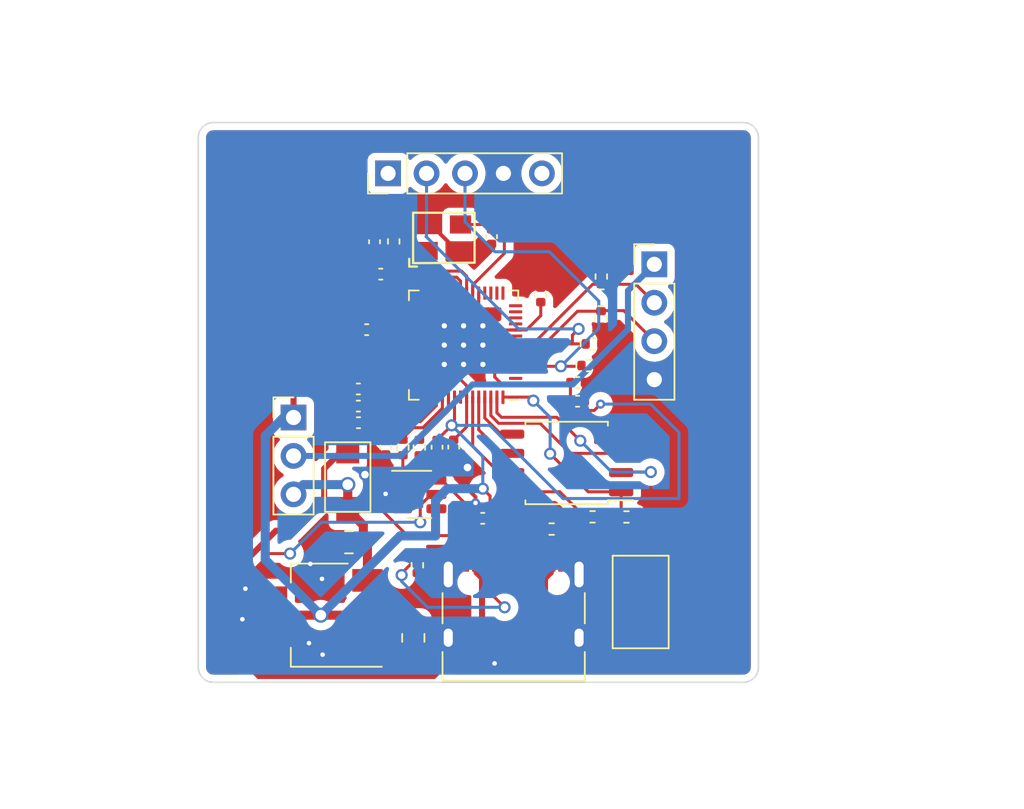
<source format=kicad_pcb>
(kicad_pcb (version 20211014) (generator pcbnew)
  (layers (0 "F.Cu" signal) (31 "B.Cu" signal) (34 "B.Paste" user) (35 "F.Paste" user) (36 "B.SilkS" user "B.Silkscreen") (37 "F.SilkS" user "F.Silkscreen") (38 "B.Mask" user) (39 "F.Mask" user) (44 "Edge.Cuts" user))
  (net 0 "")
  (net 1 "+1V1")
  (net 2 "GND")
  (net 3 "+3V3")
  (net 4 "/XIN")
  (net 5 "Net-(C13-Pad1)")
  (net 6 "/~{USB_BOOT}")
  (net 7 "/USB_D+")
  (net 8 "Net-(R1-Pad2)")
  (net 9 "/USB_D-")
  (net 10 "Net-(R2-Pad2)")
  (net 11 "/QSPI_SS")
  (net 12 "/XOUT")
  (net 13 "/QSPI_SD1")
  (net 14 "/QSPI_SD2")
  (net 15 "/QSPI_SD0")
  (net 16 "/QSPI_SCLK")
  (net 17 "/QSPI_SD3")
  (net 18 "VBUS")
  (net 19 "+5V")
  (net 20 "Net-(J2-PadA5)")
  (net 22 "Net-(J2-PadB5)")
  (net 24 "/DeviceVcc")
  (net 26 "/GPIO0")
  (net 27 "/GPIO1")
  (net 28 "/GPIO2")
  (net 29 "/GPIO3")
  (net 30 "/GPIO4")
  (net 31 "/GPIO5")
  (net 32 "/GPIO6")
  (net 33 "/GPIO7")
  (net 34 "/GPIO8")
  (net 35 "/GPIO9")
  (net 36 "/GPIO10")
  (net 37 "/GPIO11")
  (net 38 "/GPIO12")
  (net 39 "/GPIO13")
  (net 40 "/GPIO14")
  (net 41 "/GPIO15")
  (net 42 "/SWCLK")
  (net 43 "/SWD")
  (net 44 "/RUN")
  (net 45 "/GPIO16")
  (net 46 "/GPIO17")
  (net 47 "/GPIO18")
  (net 48 "/GPIO19")
  (net 49 "/GPIO20")
  (net 50 "/GPIO21")
  (net 51 "/GPIO22")
  (net 52 "/GPIO23")
  (net 53 "/GPIO24")
  (net 54 "/GPIO25")
  (net 55 "/GPIO26_ADC0")
  (net 56 "/GPIO27_ADC1")
  (net 57 "/GPIO28_ADC2")
  (net 58 "/GPIO29_ADC3")
  (footprint "KisonNew:C9002" (layer "F.Cu") (at 136.071947 121.424118)
    (fp_text reference "Y1" hide)
    (fp_text value "Crystal_GND24")
  )
  (footprint "Capacitor_SMD:C_0402_1005Metric" (layer "F.Cu") (at 132.38 135.46 -90)
    (fp_text reference "C1" hide)
    (fp_text value "100nf")
  )
  (footprint "Capacitor_SMD:C_0402_1005Metric" (layer "F.Cu") (at 130.57 131.61 180)
    (fp_text reference "C10" hide)
    (fp_text value "100nf")
  )
  (footprint "Button_Switch_SMD:SW_SPST_CK_RS282G05A3" (layer "F.Cu") (at 149.22 145.69 90)
    (fp_text reference "SW1" hide)
    (fp_text value "SW_Push")
  )
  (footprint "Resistor_SMD:R_0402_1005Metric" (layer "F.Cu") (at 134.6 135.48 90)
    (fp_text reference "R1" hide)
    (fp_text value "27")
  )
  (footprint "KisonNew:esd5341" (layer "F.Cu") (at 146.6 126.98 -90)
    (fp_text reference "D5" hide)
    (fp_text value "ESD5341")
  )
  (footprint "Package_SO:SOIC-8_5.23x5.23mm_P1.27mm" (layer "F.Cu") (at 144.33 136.5 180)
    (fp_text reference "U5" hide)
    (fp_text value "W25Q16JVSS")
  )
  (footprint "Connector_USB:USB_C_Receptacle_HRO_TYPE-C-31-M-12" (layer "F.Cu") (at 140.83 147)
    (fp_text reference "J2" hide)
    (fp_text value "USB_C_Receptacle_USB2.0")
  )
  (footprint "KisonNew:esd5341" (layer "F.Cu") (at 146.62 124.18 90)
    (fp_text reference "D2" hide)
    (fp_text value "ESD5341")
  )
  (footprint "KisonNew:C8678" (layer "F.Cu") (at 129.87 137.43 90)
    (fp_text reference "D1" hide)
    (fp_text value "D")
  )
  (footprint "Capacitor_SMD:C_0402_1005Metric" (layer "F.Cu") (at 136.87 135.45 -90)
    (fp_text reference "C2" hide)
    (fp_text value "100nf")
  )
  (footprint "KisonNew:esd5341" (layer "F.Cu") (at 146.1 128.63)
    (fp_text reference "D3" hide)
    (fp_text value "ESD5341")
  )
  (footprint "Package_TO_SOT_SMD:SOT-23-6" (layer "F.Cu") (at 134.59 138.58)
    (fp_text reference "U3" hide)
    (fp_text value "USBLC6-4SC6")
  )
  (footprint "Capacitor_SMD:C_0402_1005Metric" (layer "F.Cu") (at 132.05 124.02 180)
    (fp_text reference "C7" hide)
    (fp_text value "100nf")
  )
  (footprint "Capacitor_SMD:C_0805_2012Metric" (layer "F.Cu") (at 129.95 141.74 180)
    (fp_text reference "C15" hide)
    (fp_text value "10uf")
  )
  (footprint "Resistor_SMD:R_0402_1005Metric" (layer "F.Cu") (at 132.906973 121.858262 90)
    (fp_text reference "R5" hide)
    (fp_text value "1k")
  )
  (footprint "Connector_PinHeader_2.54mm:PinHeader_1x03_P2.54mm_Vertical" (layer "F.Cu") (at 126.29 133.495)
    (fp_text reference "JP1" hide)
    (fp_text value "Jumper_3_Bridged12")
  )
  (footprint "Resistor_SMD:R_0402_1005Metric" (layer "F.Cu") (at 143.34 140.87 180)
    (fp_text reference "R7" hide)
    (fp_text value "5.1k")
  )
  (footprint "Capacitor_SMD:C_0402_1005Metric" (layer "F.Cu") (at 130.57 132.74 180)
    (fp_text reference "C5" hide)
    (fp_text value "1uf")
  )
  (footprint "Connector_PinHeader_2.54mm:PinHeader_1x05_P2.54mm_Vertical" (layer "F.Cu") (at 132.535 117.36 90)
    (fp_text reference "J3" hide)
    (fp_text value "Conn_01x05")
  )
  (footprint "KisonNew:esd5341" (layer "F.Cu") (at 145.82 130.06)
    (fp_text reference "D4" hide)
    (fp_text value "ESD5341")
  )
  (footprint "Capacitor_SMD:C_0402_1005Metric" (layer "F.Cu") (at 135.77 135.46 -90)
    (fp_text reference "C11" hide)
    (fp_text value "100nf")
  )
  (footprint "Connector_PinHeader_2.54mm:PinHeader_1x04_P2.54mm_Vertical" (layer "F.Cu") (at 150.12 123.37)
    (fp_text reference "J1" hide)
    (fp_text value "Conn_01x04")
  )
  (footprint "Capacitor_SMD:C_0402_1005Metric" (layer "F.Cu") (at 131.64 121.88 -90)
    (fp_text reference "C13" hide)
    (fp_text value "20pf")
  )
  (footprint "Capacitor_SMD:C_0402_1005Metric" (layer "F.Cu") (at 145.06 131.18)
    (fp_text reference "C4" hide)
    (fp_text value "100nf")
  )
  (footprint "Capacitor_SMD:C_0402_1005Metric" (layer "F.Cu") (at 142.62 125.39 90)
    (fp_text reference "C6" hide)
    (fp_text value "100nf")
  )
  (footprint "Capacitor_SMD:C_0402_1005Metric" (layer "F.Cu") (at 138.79 140.16 180)
    (fp_text reference "C14" hide)
    (fp_text value "100nf")
  )
  (footprint "Resistor_SMD:R_0402_1005Metric" (layer "F.Cu") (at 133.51 135.48 90)
    (fp_text reference "R2" hide)
    (fp_text value "27")
  )
  (footprint "Resistor_SMD:R_0402_1005Metric" (layer "F.Cu") (at 134.47 143.26 90)
    (fp_text reference "R6" hide)
    (fp_text value "5.1k")
  )
  (footprint "RP2040_minimal:RP2040-QFN-56" (layer "F.Cu") (at 137.5225 128.71 180)
    (fp_text reference "U1" hide)
    (fp_text value "RP2040")
  )
  (footprint "Package_TO_SOT_SMD:SOT-223-3_TabPin2" (layer "F.Cu") (at 128.02 146.56 180)
    (fp_text reference "U4" hide)
    (fp_text value "SPX1117-3.3")
  )
  (footprint "Resistor_SMD:R_0402_1005Metric" (layer "F.Cu") (at 146.04 140.06)
    (fp_text reference "R4" hide)
    (fp_text value "DNF")
  )
  (footprint "Capacitor_SMD:C_0402_1005Metric" (layer "F.Cu") (at 139.37 121.54 -90)
    (fp_text reference "C12" hide)
    (fp_text value "20pf")
  )
  (footprint "Capacitor_SMD:C_0402_1005Metric" (layer "F.Cu") (at 131.12 127.69 180)
    (fp_text reference "C9" hide)
    (fp_text value "100nf")
  )
  (footprint "Resistor_SMD:R_0402_1005Metric" (layer "F.Cu") (at 148.28 140.07)
    (fp_text reference "R3" hide)
    (fp_text value "1k")
  )
  (footprint "Capacitor_SMD:C_0805_2012Metric" (layer "F.Cu") (at 134.2 148.06 -90)
    (fp_text reference "C16" hide)
    (fp_text value "10uf")
  )
  (footprint "Capacitor_SMD:C_0402_1005Metric" (layer "F.Cu") (at 130.58 133.84 180)
    (fp_text reference "C3" hide)
    (fp_text value "1uf")
  )
  (footprint "Capacitor_SMD:C_0402_1005Metric" (layer "F.Cu") (at 145.05 132.42)
    (fp_text reference "C8" hide)
    (fp_text value "100nf")
  )
  (gr_line (start 156 151) (end 121 151) (layer "Edge.Cuts") (width 0.1))
  (gr_arc (start 156 114) (mid 156.707107 114.292893) (end 157 115) (layer "Edge.Cuts") (width 0.1))
  (gr_line (start 120 150) (end 120 115) (layer "Edge.Cuts") (width 0.1))
  (gr_arc (start 121 151) (mid 120.292893 150.707107) (end 120 150) (layer "Edge.Cuts") (width 0.1))
  (gr_line (start 157 150) (end 157 115) (layer "Edge.Cuts") (width 0.1))
  (gr_arc (start 120 115) (mid 120.292893 114.292893) (end 121 114) (layer "Edge.Cuts") (width 0.1))
  (gr_line (start 121 114) (end 156 114) (layer "Edge.Cuts") (width 0.1))
  (gr_arc (start 157 150) (mid 156.707107 150.707107) (end 156 151) (layer "Edge.Cuts") (width 0.1))
  (segment (start 137.7225 132.1475) (end 137.7225 134.1175) (width 0.2) (layer "F.Cu") (net 1))
  (segment (start 136.9225 125.2725) (end 136.9225 126.1575) (width 0.2) (layer "F.Cu") (net 1))
  (segment (start 135.7225 132.7075) (end 134.66 133.77) (width 0.2) (layer "F.Cu") (net 1))
  (segment (start 133.59 133.77) (end 132.38 134.98) (width 0.2) (layer "F.Cu") (net 1))
  (segment (start 135.7225 131.615025) (end 135.7225 132.1475) (width 0.2) (layer "F.Cu") (net 1))
  (segment (start 136.9225 126.1575) (end 136.62 126.46) (width 0.2) (layer "F.Cu") (net 1))
  (segment (start 137.17 130.84) (end 137.7225 131.3925) (width 0.2) (layer "F.Cu") (net 1))
  (segment (start 135.34 126.95) (end 135.34 130.84) (width 0.2) (layer "F.Cu") (net 1))
  (segment (start 135.83 126.46) (end 135.34 126.95) (width 0.2) (layer "F.Cu") (net 1))
  (segment (start 131.06 133.84) (end 131.24 133.84) (width 0.2) (layer "F.Cu") (net 1))
  (segment (start 135.34 131.232525) (end 135.7225 131.615025) (width 0.2) (layer "F.Cu") (net 1))
  (segment (start 135.34 130.84) (end 137.17 130.84) (width 0.2) (layer "F.Cu") (net 1))
  (segment (start 136.62 126.46) (end 135.83 126.46) (width 0.2) (layer "F.Cu") (net 1))
  (segment (start 137.7225 134.1175) (end 136.87 134.97) (width 0.2) (layer "F.Cu") (net 1))
  (segment (start 134.66 133.77) (end 133.59 133.77) (width 0.2) (layer "F.Cu") (net 1))
  (segment (start 131.24 133.84) (end 132.38 134.98) (width 0.2) (layer "F.Cu") (net 1))
  (segment (start 135.7225 132.1475) (end 135.7225 132.7075) (width 0.2) (layer "F.Cu") (net 1))
  (segment (start 137.7225 131.3925) (end 137.7225 132.1475) (width 0.2) (layer "F.Cu") (net 1))
  (segment (start 135.34 130.84) (end 135.34 131.232525) (width 0.2) (layer "F.Cu") (net 1))
  (segment (start 137.316973 122.488322) (end 137.108322 122.488322) (width 0.25) (layer "F.Cu") (net 2))
  (segment (start 138.31 138.745305) (end 136.87 137.305305) (width 0.25) (layer "F.Cu") (net 2))
  (segment (start 136.87 137.305305) (end 136.87 135.93) (width 0.25) (layer "F.Cu") (net 2))
  (segment (start 137.108322 122.488322) (end 135.98 121.36) (width 0.25) (layer "F.Cu") (net 2))
  (segment (start 138.5225 127.16) (end 138.7975 127.435) (width 0.2) (layer "F.Cu") (net 2))
  (segment (start 138.31 140.16) (end 138.31 139.14) (width 0.25) (layer "F.Cu") (net 2))
  (segment (start 136.61 121.99) (end 136.61 122.02) (width 0.25) (layer "F.Cu") (net 2))
  (segment (start 130.1 133.84) (end 132.2 135.94) (width 0.2) (layer "F.Cu") (net 2))
  (segment (start 138.31 139.14) (end 138.31 138.745305) (width 0.25) (layer "F.Cu") (net 2))
  (segment (start 135.358262 120.738262) (end 136.61 121.99) (width 0.25) (layer "F.Cu") (net 2))
  (segment (start 132.2 135.94) (end 132.38 135.94) (width 0.2) (layer "F.Cu") (net 2))
  (segment (start 135.116825 120.738262) (end 135.358262 120.738262) (width 0.25) (layer "F.Cu") (net 2))
  (segment (start 138.5225 125.2725) (end 138.5225 127.16) (width 0.2) (layer "F.Cu") (net 2))
  (via (at 131.01 137.27) (size 0.8) (drill 0.5) (layers "F.Cu" "B.Cu") (net 2))
  (via (at 138.31 139.14) (size 0.6) (drill 0.3) (layers "F.Cu" "B.Cu") (net 2))
  (via (at 128.21 149.17) (size 0.6) (drill 0.3) (layers "F.Cu" "B.Cu") (net 2))
  (via (at 127.4 143.17) (size 0.6) (drill 0.3) (layers "F.Cu" "B.Cu") (net 2))
  (via (at 123.11 144.81) (size 0.6) (drill 0.3) (layers "F.Cu" "B.Cu") (net 2))
  (via (at 137.78 136.8) (size 0.8) (drill 0.5) (layers "F.Cu" "B.Cu") (net 2))
  (via (at 139.57 149.75) (size 0.6) (drill 0.3) (layers "F.Cu" "B.Cu") (net 2))
  (via (at 132.37 138.54) (size 0.6) (drill 0.3) (layers "F.Cu" "B.Cu") (net 2))
  (via (at 122.91 146.83) (size 0.6) (drill 0.3) (layers "F.Cu" "B.Cu") (net 2))
  (via (at 127.31 148.41) (size 0.6) (drill 0.3) (layers "F.Cu" "B.Cu") (net 2))
  (via (at 128.17 144.16) (size 0.6) (drill 0.3) (layers "F.Cu" "B.Cu") (net 2))
  (segment (start 135.3225 132.1475) (end 134.9225 132.1475) (width 0.2) (layer "F.Cu") (net 3))
  (segment (start 137.3225 132.1475) (end 136.9225 132.1475) (width 0.2) (layer "F.Cu") (net 3))
  (segment (start 139.27 138.68) (end 138.79 138.2) (width 0.2) (layer "F.Cu") (net 3))
  (segment (start 142.62 126.76) (end 142.62 125.87) (width 0.2) (layer "F.Cu") (net 3))
  (segment (start 140.07 127.71) (end 140.96 127.71) (width 0.2) (layer "F.Cu") (net 3))
  (segment (start 146.15 133.03) (end 146.57 132.61) (width 0.2) (layer "F.Cu") (net 3))
  (segment (start 140.73 138.7) (end 140.73 138.405) (width 0.2) (layer "F.Cu") (net 3))
  (segment (start 140.96 131.31) (end 140.07 131.31) (width 0.2) (layer "F.Cu") (net 3))
  (segment (start 143.875 138.405) (end 145.53 140.06) (width 0.2) (layer "F.Cu") (net 3))
  (segment (start 136.9225 133.8275) (end 136.735 134.015) (width 0.2) (layer "F.Cu") (net 3))
  (segment (start 134.085 131.31) (end 131.35 131.31) (width 0.2) (layer "F.Cu") (net 3))
  (segment (start 139.27 140.16) (end 140.73 138.7) (width 0.2) (layer "F.Cu") (net 3))
  (segment (start 144.45 131.31) (end 144.58 131.18) (width 0.2) (layer "F.Cu") (net 3))
  (segment (start 139.58 130.82) (end 139.58 128.2) (width 0.2) (layer "F.Cu") (net 3))
  (segment (start 144.58 132.41) (end 144.57 132.42) (width 0.2) (layer "F.Cu") (net 3))
  (segment (start 137.06 124.22) (end 132.73 124.22) (width 0.2) (layer "F.Cu") (net 3))
  (segment (start 137.3225 125.2725) (end 137.3225 124.4825) (width 0.2) (layer "F.Cu") (net 3))
  (segment (start 132.53 124.02) (end 132.53 126.76) (width 0.2) (layer "F.Cu") (net 3))
  (segment (start 131.35 131.31) (end 131.05 131.61) (width 0.2) (layer "F.Cu") (net 3))
  (segment (start 132.53 126.76) (end 131.6 127.69) (width 0.2) (layer "F.Cu") (net 3))
  (segment (start 132.73 124.22) (end 132.53 124.02) (width 0.2) (layer "F.Cu") (net 3))
  (segment (start 126.29 131.86) (end 128.11 130.04) (width 0.4) (layer "F.Cu") (net 3))
  (segment (start 137.3225 124.4825) (end 137.06 124.22) (width 0.2) (layer "F.Cu") (net 3))
  (segment (start 140.07 131.31) (end 139.58 130.82) (width 0.2) (layer "F.Cu") (net 3))
  (segment (start 128.09 146.56) (end 124.87 146.56) (width 0.6) (layer "F.Cu") (net 3))
  (segment (start 131.62 127.71) (end 131.6 127.69) (width 0.2) (layer "F.Cu") (net 3))
  (segment (start 134.9225 132.1475) (end 134.085 131.31) (width 0.2) (layer "F.Cu") (net 3))
  (segment (start 144.57 132.42) (end 145.18 133.03) (width 0.2) (layer "F.Cu") (net 3))
  (segment (start 131.4 130.04) (end 131.4 127.89) (width 0.4) (layer "F.Cu") (net 3))
  (segment (start 126.29 133.495) (end 126.29 131.86) (width 0.4) (layer "F.Cu") (net 3))
  (segment (start 131.17 146.56) (end 128.09 146.56) (width 0.6) (layer "F.Cu") (net 3))
  (segment (start 131.72 147.11) (end 131.17 146.56) (width 0.6) (layer "F.Cu") (net 3))
  (segment (start 144.58 131.18) (end 144.58 132.41) (width 0.2) (layer "F.Cu") (net 3))
  (segment (start 128.11 130.04) (end 131.4 130.04) (width 0.4) (layer "F.Cu") (net 3))
  (segment (start 131.4 131.26) (end 131.05 131.61) (width 0.4) (layer "F.Cu") (net 3))
  (segment (start 140.96 127.71) (end 141.67 127.71) (width 0.2) (layer "F.Cu") (net 3))
  (segment (start 131.05 131.61) (end 131.05 132.74) (width 0.2) (layer "F.Cu") (net 3))
  (segment (start 140.96 131.31) (end 144.45 131.31) (width 0.2) (layer "F.Cu") (net 3))
  (segment (start 144.56 131.16) (end 144.58 131.18) (width 0.2) (layer "F.Cu") (net 3))
  (segment (start 141.67 127.71) (end 142.62 126.76) (width 0.2) (layer "F.Cu") (net 3))
  (segment (start 139.58 128.2) (end 140.07 127.71) (width 0.2) (layer "F.Cu") (net 3))
  (segment (start 139.27 140.16) (end 139.27 138.68) (width 0.2) (layer "F.Cu") (net 3))
  (segment (start 140.73 138.405) (end 143.875 138.405) (width 0.2) (layer "F.Cu") (net 3))
  (segment (start 136.9225 132.1475) (end 136.9225 133.8275) (width 0.2) (layer "F.Cu") (net 3))
  (segment (start 136.735 134.015) (end 135.77 134.98) (width 0.2) (layer "F.Cu") (net 3))
  (segment (start 145.18 133.03) (end 146.15 133.03) (width 0.2) (layer "F.Cu") (net 3))
  (segment (start 131.4 127.89) (end 131.6 127.69) (width 0.4) (layer "F.Cu") (net 3))
  (segment (start 134.2 147.11) (end 131.72 147.11) (width 0.6) (layer "F.Cu") (net 3))
  (segment (start 134.085 127.71) (end 131.62 127.71) (width 0.2) (layer "F.Cu") (net 3))
  (segment (start 131.4 130.04) (end 131.4 131.26) (width 0.4) (layer "F.Cu") (net 3))
  (via (at 136.735 134.015) (size 0.8) (drill 0.5) (layers "F.Cu" "B.Cu") (net 3))
  (via (at 146.57 132.61) (size 0.6) (drill 0.3) (layers "F.Cu" "B.Cu") (net 3))
  (via (at 138.79 138.2) (size 0.8) (drill 0.5) (layers "F.Cu" "B.Cu") (net 3))
  (via (at 128.09 146.56) (size 1) (drill 0.7) (layers "F.Cu" "B.Cu") (net 3))
  (segment (start 149.88 132.61) (end 146.57 132.61) (width 0.2) (layer "B.Cu") (net 3))
  (segment (start 124.42 142.89) (end 124.42 134.71) (width 0.6) (layer "B.Cu") (net 3))
  (segment (start 151.75 134.5) (end 151.75 134.48) (width 0.2) (layer "B.Cu") (net 3))
  (segment (start 138.79 138.2) (end 138.79 136.07) (width 0.2) (layer "B.Cu") (net 3))
  (segment (start 136.735 134.015) (end 139.255 134.015) (width 0.2) (layer "B.Cu") (net 3))
  (segment (start 128.09 146.56) (end 124.42 142.89) (width 0.6) (layer "B.Cu") (net 3))
  (segment (start 133.33 141.32) (end 135.67 141.32) (width 0.6) (layer "B.Cu") (net 3))
  (segment (start 151.75 134.48) (end 149.88 132.61) (width 0.2) (layer "B.Cu") (net 3))
  (segment (start 139.255 134.015) (end 142.41 137.17) (width 0.2) (layer "B.Cu") (net 3))
  (segment (start 124.42 134.71) (end 125.635 133.495) (width 0.6) (layer "B.Cu") (net 3))
  (segment (start 125.635 133.495) (end 126.29 133.495) (width 0.6) (layer "B.Cu") (net 3))
  (segment (start 128.09 146.56) (end 133.33 141.32) (width 0.6) (layer "B.Cu") (net 3))
  (segment (start 136.44 138.2) (end 138.79 138.2) (width 0.6) (layer "B.Cu") (net 3))
  (segment (start 144.09 138.85) (end 151.75 138.85) (width 0.2) (layer "B.Cu") (net 3))
  (segment (start 142.41 137.17) (end 144.09 138.85) (width 0.2) (layer "B.Cu") (net 3))
  (segment (start 138.79 136.07) (end 136.735 134.015) (width 0.2) (layer "B.Cu") (net 3))
  (segment (start 135.67 141.32) (end 135.67 138.97) (width 0.6) (layer "B.Cu") (net 3))
  (segment (start 135.67 138.97) (end 136.44 138.2) (width 0.6) (layer "B.Cu") (net 3))
  (segment (start 151.75 138.85) (end 151.75 134.5) (width 0.2) (layer "B.Cu") (net 3))
  (segment (start 140.215 121.905) (end 140.215 122.645) (width 0.2) (layer "F.Cu") (net 4))
  (segment (start 140.215 122.645) (end 138.1225 124.7375) (width 0.2) (layer "F.Cu") (net 4))
  (segment (start 137.316973 120.738262) (end 139.048262 120.738262) (width 0.2) (layer "F.Cu") (net 4))
  (segment (start 139.37 121.06) (end 140.215 121.905) (width 0.2) (layer "F.Cu") (net 4))
  (segment (start 139.048262 120.738262) (end 139.37 121.06) (width 0.2) (layer "F.Cu") (net 4))
  (segment (start 138.1225 124.7375) (end 138.1225 125.2725) (width 0.2) (layer "F.Cu") (net 4))
  (segment (start 132.855235 121.4) (end 132.906973 121.348262) (width 0.2) (layer "F.Cu") (net 5))
  (segment (start 132.906973 121.348262) (end 134.047033 122.488322) (width 0.2) (layer "F.Cu") (net 5))
  (segment (start 131.64 121.4) (end 132.855235 121.4) (width 0.2) (layer "F.Cu") (net 5))
  (segment (start 134.047033 122.488322) (end 135.116825 122.488322) (width 0.2) (layer "F.Cu") (net 5))
  (segment (start 148.79 141.36) (end 149.22 141.79) (width 0.25) (layer "F.Cu") (net 6))
  (segment (start 148.79 140.07) (end 148.79 141.36) (width 0.25) (layer "F.Cu") (net 6))
  (segment (start 139.45 140.9) (end 137.49 140.9) (width 0.2) (layer "F.Cu") (net 7))
  (segment (start 134.6 135.99) (end 134.6 136.5025) (width 0.2) (layer "F.Cu") (net 7))
  (segment (start 140.5 140.9) (end 139.45 140.9) (width 0.2) (layer "F.Cu") (net 7))
  (segment (start 134.6 136.5025) (end 135.7275 137.63) (width 0.2) (layer "F.Cu") (net 7))
  (segment (start 137.49 140.9) (end 137.49 139.043604) (width 0.2) (layer "F.Cu") (net 7))
  (segment (start 137.49 139.043604) (end 136.076396 137.63) (width 0.2) (layer "F.Cu") (net 7))
  (segment (start 140.58 142.955) (end 140.58 142.03) (width 0.2) (layer "F.Cu") (net 7))
  (segment (start 140.58 142.03) (end 139.45 140.9) (width 0.2) (layer "F.Cu") (net 7))
  (segment (start 136.076396 137.63) (end 135.7275 137.63) (width 0.2) (layer "F.Cu") (net 7))
  (segment (start 141.58 142.955) (end 141.58 141.98) (width 0.2) (layer "F.Cu") (net 7))
  (segment (start 141.58 141.98) (end 140.5 140.9) (width 0.2) (layer "F.Cu") (net 7))
  (segment (start 136.5225 133.0475) (end 134.6 134.97) (width 0.2) (layer "F.Cu") (net 8))
  (segment (start 136.5225 132.1475) (end 136.5225 133.0475) (width 0.2) (layer "F.Cu") (net 8))
  (segment (start 141.08 144.13) (end 140.84 144.37) (width 0.2) (layer "F.Cu") (net 9))
  (segment (start 133.51 135.99) (end 133.51 137.5725) (width 0.2) (layer "F.Cu") (net 9))
  (segment (start 140.08 142.955) (end 140.08 142.11) (width 0.2) (layer "F.Cu") (net 9))
  (segment (start 140.84 144.37) (end 140.37 144.37) (width 0.2) (layer "F.Cu") (net 9))
  (segment (start 140.37 144.37) (end 140.08 144.08) (width 0.2) (layer "F.Cu") (net 9))
  (segment (start 132.14 137.63) (end 133.4525 137.63) (width 0.2) (layer "F.Cu") (net 9))
  (segment (start 141.08 142.955) (end 141.08 144.13) (width 0.2) (layer "F.Cu") (net 9))
  (segment (start 133.51 137.5725) (end 133.4525 137.63) (width 0.2) (layer "F.Cu") (net 9))
  (segment (start 131.55 139.05) (end 131.55 138.22) (width 0.2) (layer "F.Cu") (net 9))
  (segment (start 131.55 138.22) (end 132.14 137.63) (width 0.2) (layer "F.Cu") (net 9))
  (segment (start 140.08 142.11) (end 139.27 141.3) (width 0.2) (layer "F.Cu") (net 9))
  (segment (start 140.08 144.08) (end 140.08 142.955) (width 0.2) (layer "F.Cu") (net 9))
  (segment (start 139.27 141.3) (end 133.8 141.3) (width 0.2) (layer "F.Cu") (net 9))
  (segment (start 133.8 141.3) (end 131.55 139.05) (width 0.2) (layer "F.Cu") (net 9))
  (segment (start 133.51 134.86) (end 134.2 134.17) (width 0.2) (layer "F.Cu") (net 10))
  (segment (start 134.834314 134.17) (end 136.1225 132.881814) (width 0.2) (layer "F.Cu") (net 10))
  (segment (start 133.51 134.97) (end 133.51 134.86) (width 0.2) (layer "F.Cu") (net 10))
  (segment (start 136.1225 132.881814) (end 136.1225 132.1475) (width 0.2) (layer "F.Cu") (net 10))
  (segment (start 134.2 134.17) (end 134.834314 134.17) (width 0.2) (layer "F.Cu") (net 10))
  (segment (start 147.93 139.91) (end 147.77 140.07) (width 0.2) (layer "F.Cu") (net 11))
  (segment (start 141.8975 132.1475) (end 142.13 132.38) (width 0.2) (layer "F.Cu") (net 11))
  (segment (start 145.755 138.405) (end 143.24 135.89) (width 0.2) (layer "F.Cu") (net 11))
  (segment (start 147.93 138.405) (end 147.93 139.91) (width 0.2) (layer "F.Cu") (net 11))
  (segment (start 140.1225 132.514289) (end 140.1225 132.1475) (width 0.2) (layer "F.Cu") (net 11))
  (segment (start 147.77 140.07) (end 146.56 140.07) (width 0.2) (layer "F.Cu") (net 11))
  (segment (start 140.1225 132.1475) (end 141.8975 132.1475) (width 0.2) (layer "F.Cu") (net 11))
  (segment (start 146.56 140.07) (end 146.55 140.06) (width 0.2) (layer "F.Cu") (net 11))
  (segment (start 147.83 138.505) (end 147.93 138.405) (width 0.2) (layer "F.Cu") (net 11))
  (segment (start 147.93 138.405) (end 145.755 138.405) (width 0.2) (layer "F.Cu") (net 11))
  (via (at 143.24 135.89) (size 0.8) (drill 0.5) (layers "F.Cu" "B.Cu") (net 11))
  (via (at 142.13 132.38) (size 0.8) (drill 0.5) (layers "F.Cu" "B.Cu") (net 11))
  (segment (start 143.24 133.49) (end 142.13 132.38) (width 0.2) (layer "B.Cu") (net 11))
  (segment (start 143.24 135.89) (end 143.24 133.49) (width 0.2) (layer "B.Cu") (net 11))
  (segment (start 133.78 123.82) (end 132.906973 122.946973) (width 0.2) (layer "F.Cu") (net 12))
  (segment (start 137.7225 125.2725) (end 137.7225 124.1525) (width 0.2) (layer "F.Cu") (net 12))
  (segment (start 137.7225 124.1525) (end 137.39 123.82) (width 0.2) (layer "F.Cu") (net 12))
  (segment (start 137.39 123.82) (end 133.78 123.82) (width 0.2) (layer "F.Cu") (net 12))
  (segment (start 132.906973 122.946973) (end 132.906973 122.368262) (width 0.2) (layer "F.Cu") (net 12))
  (segment (start 139.7225 132.1475) (end 139.7225 133.1825) (width 0.2) (layer "F.Cu") (net 13))
  (segment (start 143.68 133.48) (end 145.23 135.03) (width 0.2) (layer "F.Cu") (net 13))
  (segment (start 140.41 133.48) (end 143.68 133.48) (width 0.2) (layer "F.Cu") (net 13))
  (segment (start 147.965 137.1) (end 147.93 137.135) (width 0.2) (layer "F.Cu") (net 13))
  (segment (start 149.89 137.1) (end 147.965 137.1) (width 0.2) (layer "F.Cu") (net 13))
  (segment (start 140.02 133.48) (end 140.41 133.48) (width 0.2) (layer "F.Cu") (net 13))
  (segment (start 139.7225 133.1825) (end 140.02 133.48) (width 0.2) (layer "F.Cu") (net 13))
  (via (at 149.89 137.1) (size 0.8) (drill 0.5) (layers "F.Cu" "B.Cu") (net 13))
  (via (at 145.23 135.03) (size 0.8) (drill 0.5) (layers "F.Cu" "B.Cu") (net 13))
  (segment (start 147.3 137.1) (end 149.89 137.1) (width 0.2) (layer "B.Cu") (net 13))
  (segment (start 145.23 135.03) (end 147.3 137.1) (width 0.2) (layer "B.Cu") (net 13))
  (segment (start 139.3225 132.1475) (end 139.3225 133.3625) (width 0.2) (layer "F.Cu") (net 14))
  (segment (start 139.84 133.88) (end 142.58 133.88) (width 0.2) (layer "F.Cu") (net 14))
  (segment (start 139.3225 133.3625) (end 139.84 133.88) (width 0.2) (layer "F.Cu") (net 14))
  (segment (start 144.565 135.865) (end 147.93 135.865) (width 0.2) (layer "F.Cu") (net 14))
  (segment (start 142.58 133.88) (end 144.565 135.865) (width 0.2) (layer "F.Cu") (net 14))
  (segment (start 139.989314 134.595) (end 138.9225 133.528186) (width 0.2) (layer "F.Cu") (net 15))
  (segment (start 138.9225 133.528186) (end 138.9225 132.1475) (width 0.2) (layer "F.Cu") (net 15))
  (segment (start 140.73 134.595) (end 139.989314 134.595) (width 0.2) (layer "F.Cu") (net 15))
  (segment (start 140.075 135.865) (end 140.73 135.865) (width 0.2) (layer "F.Cu") (net 16))
  (segment (start 138.5225 132.1475) (end 138.5225 134.3125) (width 0.2) (layer "F.Cu") (net 16))
  (segment (start 138.5225 134.3125) (end 140.075 135.865) (width 0.2) (layer "F.Cu") (net 16))
  (segment (start 138.1225 135.3925) (end 139.865 137.135) (width 0.2) (layer "F.Cu") (net 17))
  (segment (start 139.865 137.135) (end 140.73 137.135) (width 0.2) (layer "F.Cu") (net 17))
  (segment (start 138.1225 132.1475) (end 138.1225 135.3925) (width 0.2) (layer "F.Cu") (net 17))
  (segment (start 122.06 148.64) (end 122.06 144.04) (width 0.4) (layer "F.Cu") (net 18))
  (segment (start 138.74 147.392792) (end 135.552792 150.58) (width 0.4) (layer "F.Cu") (net 18))
  (segment (start 143.28 142.955) (end 143.28 143.743982) (width 0.4) (layer "F.Cu") (net 18))
  (segment (start 128.31 138.94) (end 128.31 136.88) (width 0.4) (layer "F.Cu") (net 18))
  (segment (start 138.74 146.85) (end 138.74 144.103982) (width 0.4) (layer "F.Cu") (net 18))
  (segment (start 143.28 143.743982) (end 142.9 144.123982) (width 0.4) (layer "F.Cu") (net 18))
  (segment (start 124.12 141.98) (end 125.12 140.98) (width 0.4) (layer "F.Cu") (net 18))
  (segment (start 138.74 146.85) (end 138.74 147.392792) (width 0.4) (layer "F.Cu") (net 18))
  (segment (start 138.38 143.743982) (end 138.38 142.955) (width 0.4) (layer "F.Cu") (net 18))
  (segment (start 124.63 142.49) (end 124.12 141.98) (width 0.2) (layer "F.Cu") (net 18))
  (segment (start 135.7275 138.58) (end 135.378604 138.58) (width 0.2) (layer "F.Cu") (net 18))
  (segment (start 134.66 139.298604) (end 134.66 140.42) (width 0.2) (layer "F.Cu") (net 18))
  (segment (start 135.552792 150.58) (end 124 150.58) (width 0.4) (layer "F.Cu") (net 18))
  (segment (start 126.27 140.98) (end 128.31 138.94) (width 0.4) (layer "F.Cu") (net 18))
  (segment (start 142.38 147.78) (end 139.67 147.78) (width 0.4) (layer "F.Cu") (net 18))
  (segment (start 129.501 135.689) (end 129.87 135.689) (width 0.4) (layer "F.Cu") (net 18))
  (segment (start 138.74 144.103982) (end 138.38 143.743982) (width 0.4) (layer "F.Cu") (net 18))
  (segment (start 142.9 147.26) (end 142.38 147.78) (width 0.4) (layer "F.Cu") (net 18))
  (segment (start 124 150.58) (end 122.06 148.64) (width 0.4) (layer "F.Cu") (net 18))
  (segment (start 122.06 144.04) (end 124.12 141.98) (width 0.4) (layer "F.Cu") (net 18))
  (segment (start 125.12 140.98) (end 126.27 140.98) (width 0.4) (layer "F.Cu") (net 18))
  (segment (start 142.9 144.123982) (end 142.9 147.26) (width 0.4) (layer "F.Cu") (net 18))
  (segment (start 139.67 147.78) (end 138.74 146.85) (width 0.4) (layer "F.Cu") (net 18))
  (segment (start 126.06 142.49) (end 124.63 142.49) (width 0.2) (layer "F.Cu") (net 18))
  (segment (start 135.378604 138.58) (end 134.66 139.298604) (width 0.2) (layer "F.Cu") (net 18))
  (segment (start 128.31 136.88) (end 129.501 135.689) (width 0.4) (layer "F.Cu") (net 18))
  (via (at 134.66 140.42) (size 0.8) (drill 0.5) (layers "F.Cu" "B.Cu") (net 18))
  (via (at 126.06 142.49) (size 0.8) (drill 0.5) (layers "F.Cu" "B.Cu") (net 18))
  (segment (start 128.13 140.42) (end 126.06 142.49) (width 0.2) (layer "B.Cu") (net 18))
  (segment (start 134.66 140.42) (end 128.13 140.42) (width 0.2) (layer "B.Cu") (net 18))
  (segment (start 131.17 144.26) (end 131.17 142.01) (width 0.6) (layer "F.Cu") (net 19))
  (segment (start 129.87 139.589) (end 129.87 137.93) (width 0.6) (layer "F.Cu") (net 19))
  (segment (start 131.17 142.01) (end 130.9 141.74) (width 0.6) (layer "F.Cu") (net 19))
  (segment (start 130.9 141.74) (end 130.9 140.619) (width 0.6) (layer "F.Cu") (net 19))
  (segment (start 130.9 140.619) (end 129.87 139.589) (width 0.6) (layer "F.Cu") (net 19))
  (via (at 129.87 137.93) (size 1) (drill 0.7) (layers "F.Cu" "B.Cu") (net 19))
  (segment (start 126.935 137.93) (end 126.29 138.575) (width 0.6) (layer "B.Cu") (net 19))
  (segment (start 129.87 137.93) (end 126.935 137.93) (width 0.6) (layer "B.Cu") (net 19))
  (segment (start 134.47 142.75) (end 133.43 143.79) (width 0.2) (layer "F.Cu") (net 20))
  (segment (start 133.43 143.79) (end 133.43 143.91) (width 0.2) (layer "F.Cu") (net 20))
  (segment (start 139.58 145.39) (end 140.23 146.04) (width 0.2) (layer "F.Cu") (net 20))
  (segment (start 139.58 142.955) (end 139.58 145.39) (width 0.2) (layer "F.Cu") (net 20))
  (via (at 140.23 146.04) (size 0.8) (drill 0.5) (layers "F.Cu" "B.Cu") (net 20))
  (via (at 133.43 143.91) (size 0.8) (drill 0.5) (layers "F.Cu" "B.Cu") (net 20))
  (segment (start 133.43 144.33) (end 133.43 143.91) (width 0.2) (layer "B.Cu") (net 20))
  (segment (start 135.14 146.04) (end 133.43 144.33) (width 0.2) (layer "B.Cu") (net 20))
  (segment (start 140.23 146.04) (end 135.14 146.04) (width 0.2) (layer "B.Cu") (net 20))
  (segment (start 133.43 143.91) (end 133.43 143.79) (width 0.2) (layer "B.Cu") (net 20))
  (segment (start 142.58 142.955) (end 142.58 141.12) (width 0.2) (layer "F.Cu") (net 22))
  (segment (start 142.58 141.12) (end 142.83 140.87) (width 0.2) (layer "F.Cu") (net 22))
  (segment (start 138.11 131.31) (end 144.73 131.31) (width 0.4) (layer "B.Cu") (net 24))
  (segment (start 144.73 131.31) (end 148.38 127.66) (width 0.4) (layer "B.Cu") (net 24))
  (segment (start 148.38 125.11) (end 150.12 123.37) (width 0.4) (layer "B.Cu") (net 24))
  (segment (start 133.385 136.035) (end 138.11 131.31) (width 0.4) (layer "B.Cu") (net 24))
  (segment (start 126.29 136.035) (end 133.385 136.035) (width 0.4) (layer "B.Cu") (net 24))
  (segment (start 148.38 127.66) (end 148.38 125.11) (width 0.4) (layer "B.Cu") (net 24))
  (segment (start 143.95 130.11) (end 145.26 130.11) (width 0.2) (layer "F.Cu") (net 28))
  (segment (start 145.26 130.11) (end 145.31 130.06) (width 0.2) (layer "F.Cu") (net 28))
  (segment (start 140.96 130.11) (end 143.95 130.11) (width 0.2) (layer "F.Cu") (net 28))
  (via (at 143.95 130.11) (size 0.8) (drill 0.5) (layers "F.Cu" "B.Cu") (net 28))
  (segment (start 146.45 127.61) (end 146.45 125.8) (width 0.2) (layer "B.Cu") (net 28))
  (segment (start 139.59 122.54) (end 137.615 120.565) (width 0.2) (layer "B.Cu") (net 28))
  (segment (start 143.95 130.11) (end 146.45 127.61) (width 0.2) (layer "B.Cu") (net 28))
  (segment (start 137.615 120.565) (end 137.615 117.36) (width 0.2) (layer "B.Cu") (net 28))
  (segment (start 143.19 122.54) (end 139.59 122.54) (width 0.2) (layer "B.Cu") (net 28))
  (segment (start 146.45 125.8) (end 143.19 122.54) (width 0.2) (layer "B.Cu") (net 28))
  (segment (start 142.74 129.71) (end 143.82 128.63) (width 0.2) (layer "F.Cu") (net 29))
  (segment (start 143.82 128.63) (end 144.71 128.63) (width 0.2) (layer "F.Cu") (net 29))
  (segment (start 144.71 128.63) (end 144.71 128.05) (width 0.2) (layer "F.Cu") (net 29))
  (segment (start 144.71 128.63) (end 145.59 128.63) (width 0.2) (layer "F.Cu") (net 29))
  (segment (start 140.96 129.71) (end 142.74 129.71) (width 0.2) (layer "F.Cu") (net 29))
  (segment (start 144.71 128.05) (end 145.12 127.64) (width 0.2) (layer "F.Cu") (net 29))
  (via (at 145.12 127.64) (size 0.8) (drill 0.5) (layers "F.Cu" "B.Cu") (net 29))
  (segment (start 135.075 121.495) (end 135.075 117.36) (width 0.2) (layer "B.Cu") (net 29))
  (segment (start 145.12 127.64) (end 141.15 127.64) (width 0.2) (layer "B.Cu") (net 29))
  (segment (start 135.04 121.53) (end 135.075 121.495) (width 0.2) (layer "B.Cu") (net 29))
  (segment (start 141.15 127.64) (end 135.04 121.53) (width 0.2) (layer "B.Cu") (net 29))
  (segment (start 142.21 129.31) (end 145.05 126.47) (width 0.2) (layer "F.Cu") (net 30))
  (segment (start 140.96 129.31) (end 142.18 129.31) (width 0.2) (layer "F.Cu") (net 30))
  (segment (start 146.57 126.43) (end 148.1 126.43) (width 0.2) (layer "F.Cu") (net 30))
  (segment (start 142.18 129.31) (end 142.21 129.31) (width 0.2) (layer "F.Cu") (net 30))
  (segment (start 145.05 126.47) (end 146.6 126.47) (width 0.2) (layer "F.Cu") (net 30))
  (segment (start 148.1 126.43) (end 150.12 128.45) (width 0.2) (layer "F.Cu") (net 30))
  (segment (start 150.12 125.91) (end 148.9 124.69) (width 0.2) (layer "F.Cu") (net 31))
  (segment (start 148.9 124.69) (end 146.62 124.69) (width 0.2) (layer "F.Cu") (net 31))
  (segment (start 146.05 124.69) (end 146.62 124.69) (width 0.2) (layer "F.Cu") (net 31))
  (segment (start 141.83 128.91) (end 146.05 124.69) (width 0.2) (layer "F.Cu") (net 31))
  (segment (start 140.96 128.91) (end 141.83 128.91) (width 0.2) (layer "F.Cu") (net 31))
  (zone (net 2) (net_name "GND") (layers F&B.Cu) (connect_pads yes (clearance 0.508)) (min_thickness 0.254) (fill yes (thermal_gap 0.508) (thermal_bridge_width 0.508))
    (polygon (pts (xy 174.55 107.37) (xy 161.53 159.21) (xy 106.9 159.37) (xy 109.07 105.9)))
  )
)
</source>
